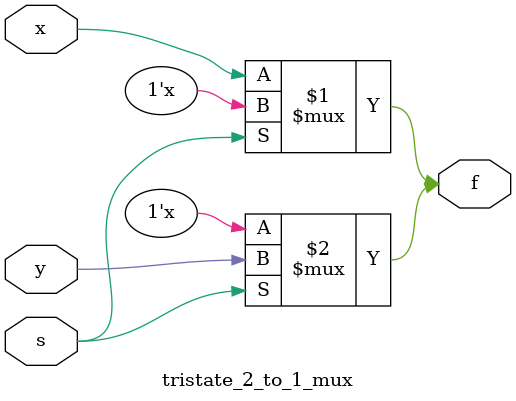
<source format=v>
module tristate_2_to_1_mux (
    input wire x,    // Input signal x
    input wire y,    // Input signal y
    input wire s,    // Select signal
    output tri f     // Output signal with tri-state
    );

    // tristate 2-to-1 mux
    bufif0 b1 (f, x, s);
    bufif1 b2 (f, y, s);

endmodule

</source>
